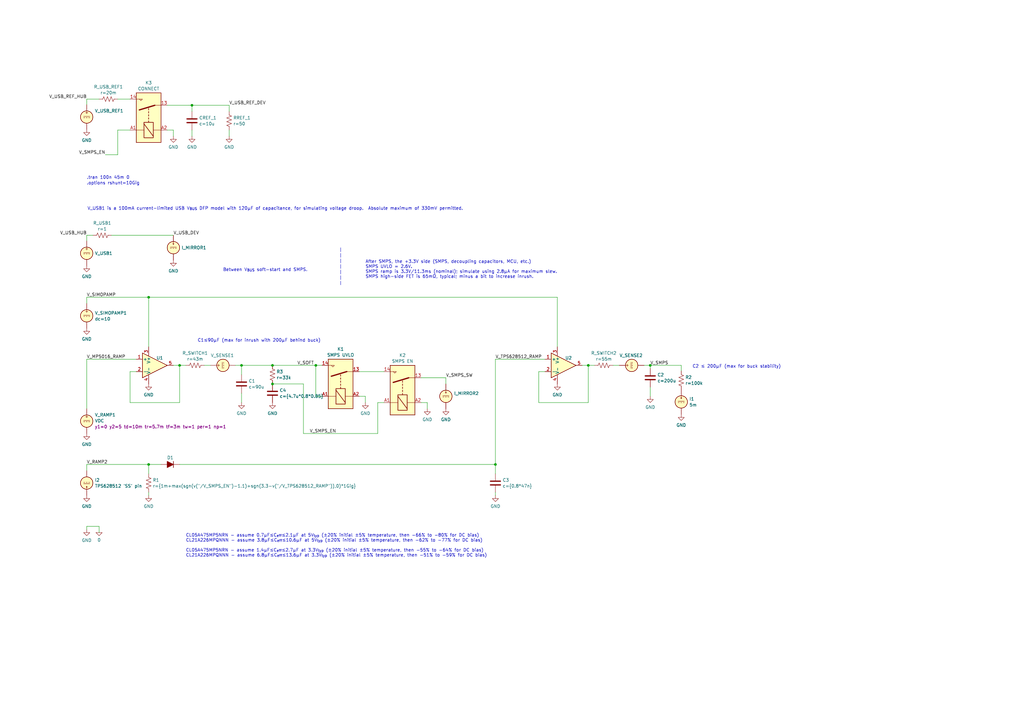
<source format=kicad_sch>
(kicad_sch (version 20230121) (generator eeschema)
  (paper "A3")
  (title_block (title "USB Inrush Current Simulation") (company "Pete Restall <pete@restall.net>"))
  (lib_symbols
    (symbol "Relay:Relay_SPST-NO"
      (property "Reference" "K" (at 11.43 3.81 0))
      (property "Value" "Relay_SPST-NO" (at 11.43 1.27 0))
      (symbol "Relay_SPST-NO_0_0"
        (polyline (pts (xy 7.62 5.08) (xy 7.62 2.54) (xy 6.985 3.175) (xy 7.62 3.81)))
      )
      (symbol "Relay_SPST-NO_0_1"
        (rectangle (start -10.16 5.08) (end 10.16 -5.08) (stroke (width 0.254)) (fill (type background)))
        (rectangle (start -8.255 1.905) (end -1.905 -1.905) (stroke (width 0.254)))
        (polyline (pts (xy -7.62 -1.905) (xy -2.54 1.905)) (stroke (width 0.254)))
        (polyline (pts (xy -5.08 -5.08) (xy -5.08 -1.905)))
        (polyline (pts (xy -5.08 5.08) (xy -5.08 1.905)))
        (polyline (pts (xy -1.905 0) (xy -1.27 0)) (stroke (width 0.254)))
        (polyline (pts (xy -0.635 0) (xy 0 0)) (stroke (width 0.254)))
        (polyline (pts (xy 0.635 0) (xy 1.27 0)) (stroke (width 0.254)))
        (polyline (pts (xy 1.905 0) (xy 2.54 0)) (stroke (width 0.254)))
        (polyline (pts (xy 3.175 0) (xy 3.81 0)) (stroke (width 0.254)))
        (polyline (pts (xy 5.08 -2.54) (xy 3.175 3.81)) (stroke (width 0.508)))
        (polyline (pts (xy 5.08 -2.54) (xy 5.08 -5.08)))
      )
      (symbol "Relay_SPST-NO_1_1"
        (pin passive line (at 5.08 -7.62 90) (length 2.54) (name "~") (number "13"))
        (pin passive line (at 7.62 7.62 270) (length 2.54) (name "~") (number "14"))
        (pin passive line (at -5.08 7.62 270) (length 2.54) (name "~") (number "A1"))
        (pin passive line (at -5.08 -7.62 90) (length 2.54) (name "~") (number "A2"))
      )
    )
    (symbol "Simulation_SPICE:IDC" (pin_numbers hide) (pin_names (offset 0.0254))
      (property "Reference" "I" (at 2.54 2.54 0))
      (property "Value" "1" (at 2.54 0 0))
      (symbol "IDC_0_0"
        (polyline (pts (xy -1.27 0.254) (xy 1.27 0.254)))
        (polyline (pts (xy -0.762 -0.254) (xy -1.27 -0.254)))
        (polyline (pts (xy 0.254 -0.254) (xy -0.254 -0.254)))
        (polyline (pts (xy 1.27 -0.254) (xy 0.762 -0.254)))
      )
      (symbol "IDC_0_1"
        (polyline (pts (xy 0 1.27) (xy 0 2.286)))
        (polyline (pts (xy -0.254 1.778) (xy 0 1.27) (xy 0.254 1.778)))
        (circle (center 0 0) (radius 2.54) (stroke (width 0.254)) (fill (type background)))
      )
      (symbol "IDC_1_1"
        (pin passive line (at 0 5.08 270) (length 2.54) (name "~") (number "1"))
        (pin passive line (at 0 -5.08 90) (length 2.54) (name "~") (number "2"))
      )
    )
    (symbol "Simulation_SPICE:OPAMP" (pin_names (offset 0.254))
      (property "Reference" "U" (at 3.81 3.175 0))
      (property "Value" "${SIM.PARAMS}" (at 3.81 -3.175 0))
      (symbol "OPAMP_0_1"
        (polyline (pts (xy 5.08 0) (xy -5.08 5.08) (xy -5.08 -5.08) (xy 5.08 0)) (stroke (width 0.254)) (fill (type background)))
      )
      (symbol "OPAMP_1_1"
        (pin input line (at -7.62 2.54 0) (length 2.54) (name "+") (number "1"))
        (pin input line (at -7.62 -2.54 0) (length 2.54) (name "-") (number "2"))
        (pin power_in line (at -2.54 7.62 270) (length 3.81) (name "V+") (number "3"))
        (pin power_in line (at -2.54 -7.62 90) (length 3.81) (name "V-") (number "4"))
        (pin output line (at 7.62 0 180) (length 2.54) (name "~") (number "5"))
      )
    )
    (symbol "Simulation_SPICE:VDC" (pin_numbers hide) (pin_names (offset 0.0254))
      (property "Reference" "V" (at 2.54 2.54 0))
      (property "Value" "VDC" (at 2.54 0 0))
      (property "Spice_Model" "dc(1)" (at 2.54 -2.54 0))
      (symbol "VDC_0_0"
        (polyline (pts (xy -1.27 0.254) (xy 1.27 0.254)))
        (polyline (pts (xy -0.762 -0.254) (xy -1.27 -0.254)))
        (polyline (pts (xy 0.254 -0.254) (xy -0.254 -0.254)))
        (polyline (pts (xy 1.27 -0.254) (xy 0.762 -0.254)))
        (text "+" (at 0 1.905 0) (effects (font (size 1.27 1.27))))
      )
      (symbol "VDC_0_1"
        (circle (center 0 0) (radius 2.54) (stroke (width 0.254)) (fill (type background)))
      )
      (symbol "VDC_1_1"
        (pin passive line (at 0 5.08 270) (length 2.54) (name "~") (number "1"))
        (pin passive line (at 0 -5.08 90) (length 2.54) (name "~") (number "2"))
      )
    )
    (symbol "power:GND" (power) (pin_names (offset 0))
      (property "Value" "GND" (at 0 -3.81 0))
      (symbol "GND_0_1"
        (polyline (pts (xy 0 0) (xy 0 -1.27) (xy 1.27 -1.27) (xy 0 -2.54) (xy -1.27 -1.27) (xy 0 -1.27)))
      )
      (symbol "GND_1_1"
        (pin power_in line (at 0 0 270) (length 0) hide (name "GND") (number "1"))
      )
    )
    (symbol "pspice:0" (power) (pin_names (offset 0))
      (property "Value" "0" (at 0 -1.778 0))
      (symbol "0_0_1"
        (polyline (pts (xy -1.27 0) (xy 0 -1.27) (xy 1.27 0) (xy -1.27 0)))
      )
      (symbol "0_1_1"
        (pin power_in line (at 0 0 0) (length 0) hide (name "0") (number "1"))
      )
    )
    (symbol "restall-generic-capacitors:capacitor-unpolarised" (pin_numbers hide) (pin_names (offset 0.254))
      (property "Reference" "C" (at 3.302 2.54 0))
      (property "Value" "capacitor-unpolarised" (at 3.302 0.762 0))
      (symbol "capacitor-unpolarised_0_1"
        (polyline (pts (xy -2.032 -0.762) (xy 2.032 -0.762)) (stroke (width 0.508)))
        (polyline (pts (xy -2.032 0.762) (xy 2.032 0.762)) (stroke (width 0.508)))
      )
      (symbol "capacitor-unpolarised_1_1"
        (pin passive line (at 0 3.81 270) (length 2.794) (name "~") (number "1"))
        (pin passive line (at 0 -3.81 90) (length 2.794) (name "~") (number "2"))
      )
    )
    (symbol "restall-generic-diodes:diode" (pin_numbers hide) (pin_names (offset 1.016) hide)
      (property "Reference" "D" (at 0 2.54 0))
      (property "Value" "diode" (at 0 -2.54 0))
      (property "Package" "???" (at 0 -4.572 0))
      (symbol "diode_0_1"
        (polyline (pts (xy 1.27 0) (xy -1.27 0)))
        (polyline (pts (xy 1.27 1.27) (xy 1.27 -1.27) (xy -1.27 0) (xy 1.27 1.27)) (stroke (width 0.254)) (fill (type outline)))
        (polyline (pts (xy -1.27 1.27) (xy -1.27 1.27) (xy -1.27 1.27) (xy -1.27 -1.27) (xy -1.27 -1.27) (xy -1.27 -1.27)) (stroke (width 0.254)))
      )
      (symbol "diode_1_1"
        (pin passive line (at -3.81 0 0) (length 2.54) (name "K") (number "1"))
        (pin passive line (at 3.81 0 180) (length 2.54) (name "A") (number "2"))
      )
    )
    (symbol "restall-generic-resistors:resistor" (pin_numbers hide) (pin_names (offset 0))
      (property "Reference" "R" (at 1.778 2.032 0))
      (property "Value" "resistor" (at 1.778 0.508 0))
      (symbol "resistor_0_1"
        (polyline (pts (xy 0 -2.286) (xy 0 -2.54)))
        (polyline (pts (xy 0 2.286) (xy 0 2.54)))
        (polyline (pts (xy 0 -0.762) (xy 1.016 -1.143) (xy 0 -1.524) (xy -1.016 -1.905) (xy 0 -2.286)))
        (polyline (pts (xy 0 0.762) (xy 1.016 0.381) (xy 0 0) (xy -1.016 -0.381) (xy 0 -0.762)))
        (polyline (pts (xy 0 2.286) (xy 1.016 1.905) (xy 0 1.524) (xy -1.016 1.143) (xy 0 0.762)))
      )
      (symbol "resistor_1_1"
        (pin passive line (at 0 3.81 270) (length 1.27) (name "~") (number "1"))
        (pin passive line (at 0 -3.81 90) (length 1.27) (name "~") (number "2"))
      )
    )
  )
  (junction (at 73.66 149.86))
  (junction (at 99.06 149.86))
  (junction (at 241.3 149.86))
  (junction (at 111.76 149.86))
  (junction (at 78.74 43.18))
  (junction (at 111.76 157.48))
  (junction (at 60.96 190.5))
  (junction (at 266.7 149.86))
  (junction (at 60.96 121.92))
  (junction (at 203.2 190.5))
  (junction (at 129.54 149.86))
  (wire (pts (xy 99.06 149.86) (xy 99.06 153.67)))
  (wire (pts (xy 60.96 201.93) (xy 60.96 203.2)))
  (wire (pts (xy 35.56 40.64) (xy 35.56 42.926)))
  (wire (pts (xy 35.56 96.52) (xy 38.1 96.52)))
  (wire (pts (xy 35.56 193.04) (xy 35.56 190.5)))
  (wire (pts (xy 48.26 63.5) (xy 48.26 53.34)))
  (wire (pts (xy 241.3 165.1) (xy 241.3 149.86)))
  (wire (pts (xy 48.26 40.64) (xy 53.34 40.64)))
  (wire (pts (xy 220.98 152.4) (xy 220.98 165.1)))
  (wire (pts (xy 220.98 165.1) (xy 241.3 165.1)))
  (wire (pts (xy 35.56 40.64) (xy 40.64 40.64)))
  (wire (pts (xy 129.54 149.86) (xy 132.08 149.86)))
  (wire (pts (xy 71.12 149.86) (xy 73.66 149.86)))
  (wire (pts (xy 60.96 121.92) (xy 228.6 121.92)))
  (wire (pts (xy 279.4 149.86) (xy 279.4 152.146)))
  (wire (pts (xy 73.66 190.5) (xy 203.2 190.5)))
  (wire (pts (xy 175.26 165.1) (xy 175.26 167.64)))
  (wire (pts (xy 43.18 63.5) (xy 48.26 63.5)))
  (wire (pts (xy 53.34 152.4) (xy 53.34 165.1)))
  (wire (pts (xy 111.76 157.48) (xy 124.46 157.48)))
  (wire (pts (xy 223.52 152.4) (xy 220.98 152.4)))
  (wire (pts (xy 68.58 43.18) (xy 78.74 43.18)))
  (wire (pts (xy 279.4 149.86) (xy 266.7 149.86)))
  (wire (pts (xy 55.88 152.4) (xy 53.34 152.4)))
  (wire (pts (xy 254 149.86) (xy 251.46 149.86)))
  (wire (pts (xy 35.56 124.46) (xy 35.56 121.92)))
  (wire (pts (xy 203.2 194.31) (xy 203.2 190.5)))
  (wire (pts (xy 83.82 149.86) (xy 86.36 149.86)))
  (wire (pts (xy 35.56 190.5) (xy 60.96 190.5)))
  (wire (pts (xy 40.64 218.44) (xy 40.64 215.9)))
  (wire (pts (xy 266.7 149.86) (xy 266.7 151.13)))
  (wire (pts (xy 53.34 165.1) (xy 73.66 165.1)))
  (wire (pts (xy 60.96 190.5) (xy 60.96 194.31)))
  (wire (pts (xy 68.58 53.34) (xy 71.12 53.34)))
  (wire (pts (xy 35.56 121.92) (xy 60.96 121.92)))
  (wire (pts (xy 266.7 158.75) (xy 266.7 162.56)))
  (wire (pts (xy 124.46 177.8) (xy 124.46 157.48)))
  (wire (pts (xy 78.74 53.34) (xy 78.74 55.88)))
  (wire (pts (xy 243.84 149.86) (xy 241.3 149.86)))
  (polyline (pts (xy 139.7 101.6) (xy 139.7 116.84)) (stroke (width 0) (type dash)))
  (wire (pts (xy 182.88 157.48) (xy 182.88 154.94)))
  (wire (pts (xy 96.52 149.86) (xy 99.06 149.86)))
  (wire (pts (xy 55.88 147.32) (xy 35.56 147.32)))
  (wire (pts (xy 264.16 149.86) (xy 266.7 149.86)))
  (wire (pts (xy 45.72 96.52) (xy 71.12 96.52)))
  (wire (pts (xy 60.96 190.5) (xy 66.04 190.5)))
  (wire (pts (xy 35.56 96.52) (xy 35.56 98.806)))
  (wire (pts (xy 93.98 53.34) (xy 93.98 55.88)))
  (wire (pts (xy 111.76 149.86) (xy 129.54 149.86)))
  (wire (pts (xy 203.2 147.32) (xy 203.2 190.5)))
  (wire (pts (xy 78.74 43.18) (xy 78.74 45.72)))
  (wire (pts (xy 40.64 215.9) (xy 35.56 215.9)))
  (wire (pts (xy 93.98 45.72) (xy 93.98 43.18)))
  (wire (pts (xy 60.96 121.92) (xy 60.96 142.24)))
  (wire (pts (xy 129.54 162.56) (xy 132.08 162.56)))
  (wire (pts (xy 48.26 53.34) (xy 53.34 53.34)))
  (wire (pts (xy 93.98 43.18) (xy 78.74 43.18)))
  (wire (pts (xy 149.86 162.56) (xy 147.32 162.56)))
  (wire (pts (xy 154.94 165.1) (xy 154.94 177.8)))
  (wire (pts (xy 154.94 177.8) (xy 124.46 177.8)))
  (wire (pts (xy 73.66 149.86) (xy 76.2 149.86)))
  (wire (pts (xy 147.32 152.4) (xy 157.48 152.4)))
  (wire (pts (xy 172.72 154.94) (xy 182.88 154.94)))
  (wire (pts (xy 71.12 53.34) (xy 71.12 55.88)))
  (wire (pts (xy 129.54 149.86) (xy 129.54 162.56)))
  (wire (pts (xy 73.66 165.1) (xy 73.66 149.86)))
  (wire (pts (xy 203.2 201.93) (xy 203.2 203.2)))
  (wire (pts (xy 35.56 215.9) (xy 35.56 217.17)))
  (wire (pts (xy 99.06 161.29) (xy 99.06 165.1)))
  (wire (pts (xy 238.76 149.86) (xy 241.3 149.86)))
  (wire (pts (xy 175.26 165.1) (xy 172.72 165.1)))
  (wire (pts (xy 228.6 121.92) (xy 228.6 142.24)))
  (wire (pts (xy 35.56 147.32) (xy 35.56 167.64)))
  (wire (pts (xy 223.52 147.32) (xy 203.2 147.32)))
  (wire (pts (xy 149.86 162.56) (xy 149.86 165.1)))
  (wire (pts (xy 99.06 149.86) (xy 111.76 149.86)))
  (wire (pts (xy 154.94 165.1) (xy 157.48 165.1)))
  (text "V_USB1 is a 100mA current-limited USB V_{BUS} DFP model with 120μF of capacitance, for simulating voltage droop.  Absolute maximum of 330mV permitted." (at 35.814 86.36 0) (effects (font (size 1.27 1.27)) (justify left bottom)))
  (text ".options rshunt=10Gig" (at 35.56 75.946 0) (effects (font (size 1.27 1.27)) (justify left bottom)))
  (text "CL05A475MP5NRN - assume 0.7μF≤C_{eff}≤2.1μF at 5V_{typ} (±20% initial ±5% temperature, then -66% to -80% for DC bias)\nCL21A226MPQNNN - assume 3.8μF≤C_{eff}≤10.6μF at 5V_{typ} (±20% initial ±5% temperature, then -62% to -77% for DC bias)\n\nCL05A475MP5NRN - assume 1.4μF≤C_{eff}≤2.7μF at 3.3V_{typ} (±20% initial ±5% temperature, then -55% to -64% for DC bias)\nCL21A226MPQNNN - assume 6.8μF≤C_{eff}≤13.6μF at 3.3V_{typ} (±20% initial ±5% temperature, then -51% to -59% for DC bias)" (at 76.2 228.6 0) (effects (font (size 1.27 1.27)) (justify left bottom)))
  (text "C1≤90μF (max for inrush with 200μF behind buck)" (at 81.026 140.462 0) (effects (font (size 1.27 1.27)) (justify left bottom)))
  (text ".tran 100n 45m 0" (at 35.56 73.66 0) (effects (font (size 1.27 1.27)) (justify left bottom)))
  (text "C2 ≤ 200μF (max for buck stability)" (at 283.972 151.13 0) (effects (font (size 1.27 1.27)) (justify left bottom)))
  (text "After SMPS, the +3.3V side (SMPS, decoupling capacitors, MCU, etc.)\nSMPS UVLO = 2.6V.\nSMPS ramp is 3.3V/11.3ms (nominal); simulate using 2.8μA for maximum slew.\nSMPS high-side FET is 65mΩ, typical; minus a bit to increase inrush." (at 149.86 114.3 0) (effects (font (size 1.27 1.27)) (justify left bottom)))
  (text "Between V_{BUS} soft-start and SMPS." (at 91.44 111.506 0) (effects (font (size 1.27 1.27)) (justify left bottom)))
  (label "V_USB_DEV" (at 71.12 96.52 0))
  (label "V_USB_REF_DEV" (at 93.98 43.18 0))
  (label "V_USB_HUB" (at 35.56 96.52 180))
  (label "V_SMPS" (at 266.7 149.86 0))
  (label "V_USB_REF_HUB" (at 35.56 40.64 180))
  (label "V_RAMP2" (at 35.56 190.5 0))
  (label "V_TPS628512_RAMP" (at 203.2 147.32 0))
  (label "V_SMPS_EN" (at 43.18 63.5 180))
  (label "V_MP5016_RAMP" (at 35.56 147.32 0))
  (label "V_SMPS_SW" (at 182.88 154.94 0))
  (label "V_SOFT" (at 121.92 149.86 0))
  (label "V_SIMOPAMP" (at 35.56 121.92 0))
  (label "V_SMPS_EN" (at 127 177.8 0))
  (symbol (lib_id "Simulation_SPICE:VDC") (at 91.44 149.86 90) (unit 1)
    (property "Reference" "V_SENSE1" (at 91.186 145.796 90))
    (property "Value" "${SIM.PARAMS}" (effects hide))
    (property "Sim.Device" "V" (effects hide))
    (property "Sim.Pins" "1=+ 2=-" (effects hide))
    (property "Sim.Type" "DC" (effects hide))
    (property "Sim.Params" "dc=0" (effects hide))
  )
  (symbol (lib_id "Simulation_SPICE:VDC") (at 35.56 129.54 0) (unit 1)
    (property "Reference" "V_SIMOPAMP1" (at 38.862 128.3858 0) (effects (justify left)))
    (property "Value" "${SIM.PARAMS}" (at 38.862 130.81 0) (effects (justify left)))
    (property "Sim.Device" "V" (effects hide))
    (property "Sim.Pins" "1=+ 2=-" (effects hide))
    (property "Sim.Type" "DC" (effects hide))
    (property "Sim.Params" "dc=10" (effects hide))
  )
  (symbol (lib_id "restall-generic-capacitors:capacitor-unpolarised") (at 78.74 49.53 0) (unit 1)
    (property "Reference" "CREF_1" (at 81.661 48.3179 0) (effects (justify left)))
    (property "Value" "${SIM.PARAMS}" (at 81.661 50.7421 0) (effects (justify left)))
    (property "Footprint" "restall-generic-capacitors:unpolarised-nominal-0402-1005" (effects hide))
    (property "Label" "??μF±10% 10V X7R" (effects hide))
    (property "Tolerance" "±10%" (effects hide))
    (property "VoltageRating" "10V" (effects hide))
    (property "TemperatureCoefficient" "X7R" (effects hide))
    (property "Dielectric" "MLCC" (effects hide))
    (property "Package" "0402" (effects hide))
    (property "Sim.Device" "C" (effects hide))
    (property "Sim.Type" "=" (effects hide))
    (property "Sim.Params" "c=10u" (effects hide))
    (property "Sim.Pins" "1=+ 2=-" (effects hide))
  )
  (symbol (lib_id "restall-generic-resistors:resistor") (at 41.91 96.52 90) (unit 1)
    (property "Reference" "R_USB1" (at 41.91 91.4867 90))
    (property "Value" "${SIM.PARAMS}" (at 41.91 93.9109 90))
    (property "Footprint" "restall-generic-resistors:nominal-0402-1005" (effects hide))
    (property "Label" "???kΩ±1% ???W" (effects hide))
    (property "Tolerance" "±1%" (effects hide))
    (property "PowerRating" "0.0625W" (effects hide))
    (property "TemperatureCoefficient" "±100ppm" (effects hide))
    (property "Construction" "Thick Film" (effects hide))
    (property "Package" "0402" (effects hide))
    (property "Sim.Device" "R" (effects hide))
    (property "Sim.Params" "r=1" (effects hide))
    (property "Sim.Pins" "1=+ 2=-" (effects hide))
    (property "Sim.Type" "=" (effects hide))
  )
  (symbol (lib_id "restall-generic-capacitors:capacitor-unpolarised") (at 203.2 198.12 0) (unit 1)
    (property "Reference" "C3" (at 206.121 196.9079 0) (effects (justify left)))
    (property "Value" "${SIM.PARAMS}" (at 206.121 199.3321 0) (effects (justify left)))
    (property "Footprint" "restall-generic-capacitors:unpolarised-nominal-0402-1005" (effects hide))
    (property "Label" "??μF±10% 10V X7R" (effects hide))
    (property "Tolerance" "±10%" (effects hide))
    (property "VoltageRating" "10V" (effects hide))
    (property "TemperatureCoefficient" "X7R" (effects hide))
    (property "Dielectric" "MLCC" (effects hide))
    (property "Package" "0402" (effects hide))
    (property "Sim.Device" "C" (effects hide))
    (property "Sim.Type" "=" (effects hide))
    (property "Sim.Params" "c={0.8*47n}" (effects hide))
    (property "Sim.Pins" "1=+ 2=-" (effects hide))
  )
  (symbol (lib_id "Simulation_SPICE:VDC") (at 259.08 149.86 90) (unit 1)
    (property "Reference" "V_SENSE2" (at 258.826 145.796 90))
    (property "Value" "${SIM.PARAMS}" (effects hide))
    (property "Sim.Device" "V" (effects hide))
    (property "Sim.Pins" "1=+ 2=-" (effects hide))
    (property "Sim.Type" "DC" (effects hide))
    (property "Sim.Params" "dc=0" (effects hide))
  )
  (symbol (lib_id "power:GND") (at 35.56 217.17 0) (unit 1)
    (property "Reference" "#PWR01" (effects hide))
    (property "Value" "GND" (at 35.56 221.6134 0))
  )
  (symbol (lib_id "power:GND") (at 93.98 55.88 0) (unit 1)
    (property "Reference" "#PWR020" (effects hide))
    (property "Value" "GND" (at 93.98 60.3234 0))
  )
  (symbol (lib_id "restall-generic-resistors:resistor") (at 247.65 149.86 90) (unit 1)
    (property "Reference" "R_SWITCH2" (at 247.65 144.8267 90))
    (property "Value" "${SIM.PARAMS}" (at 247.65 147.2509 90))
    (property "Footprint" "restall-generic-resistors:nominal-0402-1005" (effects hide))
    (property "Label" "???kΩ±1% ???W" (effects hide))
    (property "Tolerance" "±1%" (effects hide))
    (property "PowerRating" "0.0625W" (effects hide))
    (property "TemperatureCoefficient" "±100ppm" (effects hide))
    (property "Construction" "Thick Film" (effects hide))
    (property "Package" "0402" (effects hide))
    (property "Sim.Device" "R" (effects hide))
    (property "Sim.Params" "r=55m" (effects hide))
    (property "Sim.Pins" "1=+ 2=-" (effects hide))
    (property "Sim.Type" "=" (effects hide))
  )
  (symbol (lib_id "power:GND") (at 35.56 134.62 0) (unit 1)
    (property "Reference" "#PWR012" (effects hide))
    (property "Value" "GND" (at 35.56 139.0634 0))
  )
  (symbol (lib_id "restall-generic-resistors:resistor") (at 60.96 198.12 180) (unit 1)
    (property "Reference" "R1" (at 62.611 196.9079 0) (effects (justify right)))
    (property "Value" "${SIM.PARAMS}" (at 62.611 199.3321 0) (effects (justify right)))
    (property "Footprint" "restall-generic-resistors:nominal-0402-1005" (effects hide))
    (property "Label" "???kΩ±1% ???W" (effects hide))
    (property "Tolerance" "±1%" (effects hide))
    (property "PowerRating" "0.0625W" (effects hide))
    (property "TemperatureCoefficient" "±100ppm" (effects hide))
    (property "Construction" "Thick Film" (effects hide))
    (property "Package" "0402" (effects hide))
    (property "Sim.Device" "R" (effects hide))
    (property "Sim.Params" "r={1m+max(sgn(v(\"/V_SMPS_EN\")-1.1)+sgn(3.3-v(\"/V_TPS628512_RAMP\")),0)*1Gig}" (effects hide))
    (property "Sim.Pins" "1=+ 2=-" (effects hide))
    (property "Sim.Type" "=" (effects hide))
  )
  (symbol (lib_id "Simulation_SPICE:VDC") (at 35.56 103.886 0) (unit 1)
    (property "Reference" "V_USB1" (at 38.862 103.886 0) (effects (justify left)))
    (property "Value" "${SIM.PARAMS}" (effects hide))
    (property "Sim.Library" "usb-source.lib" (effects hide))
    (property "Sim.Device" "SUBCKT" (effects hide))
    (property "Sim.Pins" "1=V+ 2=V-" (effects hide))
    (property "Sim.Name" "usb-source" (effects hide))
  )
  (symbol (lib_id "Simulation_SPICE:OPAMP") (at 63.5 149.86 0) (unit 1)
    (property "Reference" "U1" (at 65.532 146.812 0))
    (property "Value" "${SIM.PARAMS}" (effects hide))
    (property "Sim.Pins" "1=in+ 2=in- 3=vcc 4=vee 5=out" (effects hide))
    (property "Sim.Device" "SUBCKT" (effects hide))
    (property "Sim.Library" "${KICAD7_SYMBOL_DIR}/Simulation_SPICE.sp" (effects hide))
    (property "Sim.Name" "kicad_builtin_opamp" (effects hide))
  )
  (symbol (lib_id "power:GND") (at 279.4 169.926 0) (unit 1)
    (property "Reference" "#PWR03" (effects hide))
    (property "Value" "GND" (at 279.4 174.3694 0))
  )
  (symbol (lib_id "power:GND") (at 35.56 53.086 0) (unit 1)
    (property "Reference" "#PWR018" (effects hide))
    (property "Value" "GND" (at 35.56 57.5294 0))
  )
  (symbol (lib_id "power:GND") (at 71.12 106.68 0) (unit 1)
    (property "Reference" "#PWR06" (effects hide))
    (property "Value" "GND" (at 71.12 111.1234 0))
  )
  (symbol (lib_id "Relay:Relay_SPST-NO") (at 165.1 160.02 90) (unit 1)
    (property "Reference" "K2" (at 165.1 145.7157 90))
    (property "Value" "SMPS EN" (at 165.1 148.1399 90))
    (property "Sim.Device" "SW" (effects hide))
    (property "Sim.Type" "V" (effects hide))
    (property "Sim.Pins" "13=no- 14=no+ A1=ctrl+ A2=ctrl-" (effects hide))
    (property "Sim.Params" "thr=1.1 his=0.1 ron=1u roff=1Gig ic=off" (effects hide))
  )
  (symbol (lib_id "power:GND") (at 99.06 165.1 0) (unit 1)
    (property "Reference" "#PWR04" (effects hide))
    (property "Value" "GND" (at 99.06 169.5434 0))
  )
  (symbol (lib_id "power:GND") (at 35.56 177.8 0) (unit 1)
    (property "Reference" "#PWR07" (effects hide))
    (property "Value" "GND" (at 35.56 182.2434 0))
  )
  (symbol (lib_id "restall-generic-resistors:resistor") (at 279.4 155.956 180) (unit 1)
    (property "Reference" "R2" (at 281.051 154.7439 0) (effects (justify right)))
    (property "Value" "${SIM.PARAMS}" (at 281.051 157.1681 0) (effects (justify right)))
    (property "Footprint" "restall-generic-resistors:nominal-0402-1005" (effects hide))
    (property "Label" "???kΩ±1% ???W" (effects hide))
    (property "Tolerance" "±1%" (effects hide))
    (property "PowerRating" "0.0625W" (effects hide))
    (property "TemperatureCoefficient" "±100ppm" (effects hide))
    (property "Construction" "Thick Film" (effects hide))
    (property "Package" "0402" (effects hide))
    (property "Sim.Device" "R" (effects hide))
    (property "Sim.Params" "r=100k" (effects hide))
    (property "Sim.Pins" "1=+ 2=-" (effects hide))
    (property "Sim.Type" "=" (effects hide))
  )
  (symbol (lib_id "restall-generic-diodes:diode") (at 69.85 190.5 180) (unit 1)
    (property "Reference" "D1" (at 69.85 187.706 0))
    (property "Value" "diode" (effects hide))
    (property "Package" "???" (effects hide))
    (property "Sim.Device" "D" (effects hide))
    (property "Sim.Pins" "1=K 2=A" (effects hide))
  )
  (symbol (lib_id "power:GND") (at 71.12 55.88 0) (unit 1)
    (property "Reference" "#PWR013" (effects hide))
    (property "Value" "GND" (at 71.12 60.3234 0))
  )
  (symbol (lib_id "restall-generic-capacitors:capacitor-unpolarised") (at 111.76 161.29 0) (unit 1)
    (property "Reference" "C4" (at 114.681 160.0779 0) (effects (justify left)))
    (property "Value" "${SIM.PARAMS}" (at 114.681 162.5021 0) (effects (justify left)))
    (property "Footprint" "restall-generic-capacitors:unpolarised-nominal-0402-1005" (effects hide))
    (property "Label" "??μF±10% 10V X7R" (effects hide))
    (property "Tolerance" "±10%" (effects hide))
    (property "VoltageRating" "10V" (effects hide))
    (property "TemperatureCoefficient" "X7R" (effects hide))
    (property "Dielectric" "MLCC" (effects hide))
    (property "Package" "0402" (effects hide))
    (property "Sim.Device" "C" (effects hide))
    (property "Sim.Type" "=" (effects hide))
    (property "Sim.Params" "c={4.7u*0.8*0.85}" (effects hide))
    (property "Sim.Pins" "1=+ 2=-" (effects hide))
  )
  (symbol (lib_id "restall-generic-resistors:resistor") (at 44.45 40.64 90) (unit 1)
    (property "Reference" "R_USB_REF1" (at 44.45 35.6067 90))
    (property "Value" "${SIM.PARAMS}" (at 44.45 38.0309 90))
    (property "Footprint" "restall-generic-resistors:nominal-0402-1005" (effects hide))
    (property "Label" "???kΩ±1% ???W" (effects hide))
    (property "Tolerance" "±1%" (effects hide))
    (property "PowerRating" "0.0625W" (effects hide))
    (property "TemperatureCoefficient" "±100ppm" (effects hide))
    (property "Construction" "Thick Film" (effects hide))
    (property "Package" "0402" (effects hide))
    (property "Sim.Device" "R" (effects hide))
    (property "Sim.Params" "r=20m" (effects hide))
    (property "Sim.Pins" "1=+ 2=-" (effects hide))
    (property "Sim.Type" "=" (effects hide))
  )
  (symbol (lib_id "power:GND") (at 182.88 167.64 0) (unit 1)
    (property "Reference" "#PWR011" (effects hide))
    (property "Value" "GND" (at 182.88 172.0834 0))
  )
  (symbol (lib_id "Relay:Relay_SPST-NO") (at 60.96 48.26 90) (unit 1)
    (property "Reference" "K3" (at 60.96 33.9557 90))
    (property "Value" "CONNECT" (at 60.96 36.3799 90))
    (property "Sim.Device" "SW" (effects hide))
    (property "Sim.Type" "V" (effects hide))
    (property "Sim.Pins" "13=no- 14=no+ A1=ctrl+ A2=ctrl-" (effects hide))
    (property "Sim.Params" "thr=1.1 his=0.1 ron=1u roff=1Gig ic=off" (effects hide))
  )
  (symbol (lib_id "Simulation_SPICE:OPAMP") (at 231.14 149.86 0) (unit 1)
    (property "Reference" "U2" (at 233.172 146.812 0))
    (property "Value" "${SIM.PARAMS}" (effects hide))
    (property "Sim.Pins" "1=in+ 2=in- 3=vcc 4=vee 5=out" (effects hide))
    (property "Sim.Device" "SUBCKT" (effects hide))
    (property "Sim.Library" "${KICAD7_SYMBOL_DIR}/Simulation_SPICE.sp" (effects hide))
    (property "Sim.Name" "kicad_builtin_opamp" (effects hide))
  )
  (symbol (lib_id "Simulation_SPICE:IDC") (at 279.4 164.846 0) (unit 1)
    (property "Reference" "I1" (at 282.702 163.6339 0) (effects (justify left)))
    (property "Value" "5m" (at 282.702 166.0581 0) (effects (justify left)))
    (property "Sim.Pins" "1=+ 2=-" (effects hide))
    (property "Sim.Type" "DC" (effects hide))
    (property "Sim.Device" "I" (effects hide))
  )
  (symbol (lib_id "power:GND") (at 111.76 165.1 0) (unit 1)
    (property "Reference" "#PWR016" (effects hide))
    (property "Value" "GND" (at 111.76 169.5434 0))
  )
  (symbol (lib_id "power:GND") (at 35.56 203.2 0) (unit 1)
    (property "Reference" "#PWR010" (effects hide))
    (property "Value" "GND" (at 35.56 207.6434 0))
  )
  (symbol (lib_id "Simulation_SPICE:IDC") (at 71.12 101.6 0) (unit 1)
    (property "Reference" "I_MIRROR1" (at 74.422 101.6 0) (effects (justify left)))
    (property "Value" "F" (effects hide))
    (property "Sim.Device" "SPICE" (effects hide))
    (property "Sim.Params" "type=F model=\"V_SENSE1 1\"" (effects hide))
  )
  (symbol (lib_id "restall-generic-resistors:resistor") (at 111.76 153.67 180) (unit 1)
    (property "Reference" "R3" (at 113.411 152.4579 0) (effects (justify right)))
    (property "Value" "${SIM.PARAMS}" (at 113.411 154.8821 0) (effects (justify right)))
    (property "Footprint" "restall-generic-resistors:nominal-0402-1005" (effects hide))
    (property "Label" "???kΩ±1% ???W" (effects hide))
    (property "Tolerance" "±1%" (effects hide))
    (property "PowerRating" "0.0625W" (effects hide))
    (property "TemperatureCoefficient" "±100ppm" (effects hide))
    (property "Construction" "Thick Film" (effects hide))
    (property "Package" "0402" (effects hide))
    (property "Sim.Device" "R" (effects hide))
    (property "Sim.Params" "r=33k" (effects hide))
    (property "Sim.Pins" "1=+ 2=-" (effects hide))
    (property "Sim.Type" "=" (effects hide))
  )
  (symbol (lib_id "power:GND") (at 60.96 157.48 0) (unit 1)
    (property "Reference" "#PWR09" (effects hide))
    (property "Value" "GND" (at 60.96 161.9234 0))
  )
  (symbol (lib_id "power:GND") (at 149.86 165.1 0) (unit 1)
    (property "Reference" "#PWR05" (effects hide))
    (property "Value" "GND" (at 149.86 169.5434 0))
  )
  (symbol (lib_id "power:GND") (at 60.96 203.2 0) (unit 1)
    (property "Reference" "#PWR015" (effects hide))
    (property "Value" "GND" (at 60.96 207.6434 0))
  )
  (symbol (lib_id "power:GND") (at 203.2 203.2 0) (unit 1)
    (property "Reference" "#PWR014" (effects hide))
    (property "Value" "GND" (at 203.2 207.6434 0))
  )
  (symbol (lib_id "Simulation_SPICE:VDC") (at 35.56 48.006 0) (unit 1)
    (property "Reference" "V_USB_REF1" (at 38.862 45.452 0) (effects (justify left)))
    (property "Value" "${SIM.PARAMS}" (at 38.862 47.8762 0) (effects (justify left)))
    (property "Sim.Library" "usb-source.lib" (effects hide))
    (property "Sim.Device" "SUBCKT" (effects hide))
    (property "Sim.Pins" "1=V+ 2=V-" (effects hide))
    (property "Sim.Name" "usb-source" (effects hide))
  )
  (symbol (lib_id "power:GND") (at 35.56 108.966 0) (unit 1)
    (property "Reference" "#PWR0102" (effects hide))
    (property "Value" "GND" (at 35.56 113.4094 0))
  )
  (symbol (lib_id "power:GND") (at 228.6 157.48 0) (unit 1)
    (property "Reference" "#PWR08" (effects hide))
    (property "Value" "GND" (at 228.6 161.9234 0))
  )
  (symbol (lib_id "Simulation_SPICE:VDC") (at 35.56 172.72 0) (unit 1)
    (property "Reference" "V_RAMP1" (at 38.862 170.166 0) (effects (justify left)))
    (property "Value" "VDC" (at 38.862 172.5902 0) (effects (justify left)))
    (property "Sim.Device" "V" (effects hide))
    (property "Sim.Type" "PULSE" (effects hide))
    (property "Sim.Params" "y1=0 y2=5 td=10m tr=5.7m tf=3m tw=1 per=1 np=1" (at 38.862 175.0144 0) (effects (justify left)))
    (property "Sim.Pins" "1=+ 2=-" (effects hide))
  )
  (symbol (lib_id "restall-generic-capacitors:capacitor-unpolarised") (at 99.06 157.48 0) (unit 1)
    (property "Reference" "C1" (at 101.981 156.2679 0) (effects (justify left)))
    (property "Value" "${SIM.PARAMS}" (at 101.981 158.6921 0) (effects (justify left)))
    (property "Footprint" "restall-generic-capacitors:unpolarised-nominal-0402-1005" (effects hide))
    (property "Label" "??μF±10% 10V X7R" (effects hide))
    (property "Tolerance" "±10%" (effects hide))
    (property "VoltageRating" "10V" (effects hide))
    (property "TemperatureCoefficient" "X7R" (effects hide))
    (property "Dielectric" "MLCC" (effects hide))
    (property "Package" "0402" (effects hide))
    (property "Sim.Device" "C" (effects hide))
    (property "Sim.Type" "=" (effects hide))
    (property "Sim.Params" "c=90u" (effects hide))
    (property "Sim.Pins" "1=+ 2=-" (effects hide))
  )
  (symbol (lib_id "pspice:0") (at 40.64 218.44 0) (unit 1)
    (property "Reference" "#GND0101" (effects hide))
    (property "Value" "0" (at 40.64 221.488 0))
  )
  (symbol (lib_id "power:GND") (at 266.7 162.56 0) (unit 1)
    (property "Reference" "#PWR02" (effects hide))
    (property "Value" "GND" (at 266.7 167.0034 0))
  )
  (symbol (lib_id "power:GND") (at 175.26 167.64 0) (unit 1)
    (property "Reference" "#PWR017" (effects hide))
    (property "Value" "GND" (at 175.26 172.0834 0))
  )
  (symbol (lib_id "Simulation_SPICE:IDC") (at 182.88 162.56 0) (unit 1)
    (property "Reference" "I_MIRROR2" (at 186.182 161.3479 0) (effects (justify left)))
    (property "Value" "F" (effects hide))
    (property "Sim.Device" "SPICE" (effects hide))
    (property "Sim.Params" "type=F model=\"V_SENSE2 1\"" (effects hide))
  )
  (symbol (lib_id "power:GND") (at 78.74 55.88 0) (unit 1)
    (property "Reference" "#PWR019" (effects hide))
    (property "Value" "GND" (at 78.74 60.3234 0))
  )
  (symbol (lib_id "restall-generic-resistors:resistor") (at 93.98 49.53 180) (unit 1)
    (property "Reference" "RREF_1" (at 95.631 48.3179 0) (effects (justify right)))
    (property "Value" "${SIM.PARAMS}" (at 95.631 50.7421 0) (effects (justify right)))
    (property "Footprint" "restall-generic-resistors:nominal-0402-1005" (effects hide))
    (property "Label" "???kΩ±1% ???W" (effects hide))
    (property "Tolerance" "±1%" (effects hide))
    (property "PowerRating" "0.0625W" (effects hide))
    (property "TemperatureCoefficient" "±100ppm" (effects hide))
    (property "Construction" "Thick Film" (effects hide))
    (property "Package" "0402" (effects hide))
    (property "Sim.Device" "R" (effects hide))
    (property "Sim.Params" "r=50" (effects hide))
    (property "Sim.Pins" "1=+ 2=-" (effects hide))
    (property "Sim.Type" "=" (effects hide))
  )
  (symbol (lib_id "restall-generic-capacitors:capacitor-unpolarised") (at 266.7 154.94 0) (unit 1)
    (property "Reference" "C2" (at 269.621 153.7279 0) (effects (justify left)))
    (property "Value" "${SIM.PARAMS}" (at 269.621 156.1521 0) (effects (justify left)))
    (property "Footprint" "restall-generic-capacitors:unpolarised-nominal-0402-1005" (effects hide))
    (property "Label" "??μF±10% 10V X7R" (effects hide))
    (property "Tolerance" "±10%" (effects hide))
    (property "VoltageRating" "10V" (effects hide))
    (property "TemperatureCoefficient" "X7R" (effects hide))
    (property "Dielectric" "MLCC" (effects hide))
    (property "Package" "0402" (effects hide))
    (property "Sim.Device" "C" (effects hide))
    (property "Sim.Type" "=" (effects hide))
    (property "Sim.Params" "c=200u" (effects hide))
    (property "Sim.Pins" "1=+ 2=-" (effects hide))
  )
  (symbol (lib_id "Relay:Relay_SPST-NO") (at 139.7 157.48 90) (unit 1)
    (property "Reference" "K1" (at 139.7 143.1757 90))
    (property "Value" "SMPS UVLO" (at 139.7 145.5999 90))
    (property "Sim.Device" "SW" (effects hide))
    (property "Sim.Type" "V" (effects hide))
    (property "Sim.Pins" "13=no- 14=no+ A1=ctrl+ A2=ctrl-" (effects hide))
    (property "Sim.Params" "thr=2.6 his=0.1 ron=1u roff=1Gig ic=off" (effects hide))
  )
  (symbol (lib_id "restall-generic-resistors:resistor") (at 80.01 149.86 90) (unit 1)
    (property "Reference" "R_SWITCH1" (at 80.01 144.8267 90))
    (property "Value" "${SIM.PARAMS}" (at 80.01 147.2509 90))
    (property "Footprint" "restall-generic-resistors:nominal-0402-1005" (effects hide))
    (property "Label" "???kΩ±1% ???W" (effects hide))
    (property "Tolerance" "±1%" (effects hide))
    (property "PowerRating" "0.0625W" (effects hide))
    (property "TemperatureCoefficient" "±100ppm" (effects hide))
    (property "Construction" "Thick Film" (effects hide))
    (property "Package" "0402" (effects hide))
    (property "Sim.Device" "R" (effects hide))
    (property "Sim.Params" "r=43m" (effects hide))
    (property "Sim.Pins" "1=+ 2=-" (effects hide))
    (property "Sim.Type" "=" (effects hide))
  )
  (symbol (lib_id "Simulation_SPICE:IDC") (at 35.56 198.12 180) (unit 1)
    (property "Reference" "I2" (at 38.862 196.9079 0) (effects (justify right)))
    (property "Value" "TPS628512 'SS' pin" (at 38.862 199.3321 0) (effects (justify right)))
    (property "Sim.Pins" "1=+ 2=-" (effects hide))
    (property "Sim.Device" "I" (effects hide))
    (property "Sim.Params" "dc={2.8u*3.3/0.6}" (effects hide))
    (property "Sim.Type" "DC" (effects hide))
  )
)
</source>
